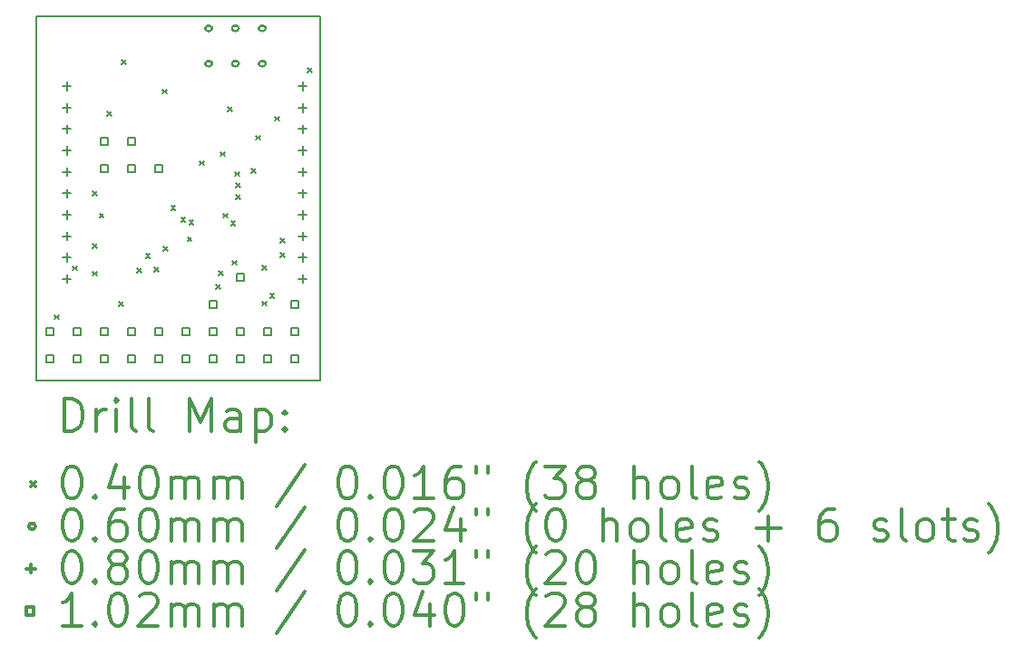
<source format=gbr>
%FSLAX45Y45*%
G04 Gerber Fmt 4.5, Leading zero omitted, Abs format (unit mm)*
G04 Created by KiCad (PCBNEW 4.0.2+dfsg1-stable) date Tue 07 Feb 2017 13:12:53 CET*
%MOMM*%
G01*
G04 APERTURE LIST*
%ADD10C,0.127000*%
%ADD11C,0.150000*%
%ADD12C,0.200000*%
%ADD13C,0.300000*%
G04 APERTURE END LIST*
D10*
D11*
X5960Y4340D02*
X2655960Y4340D01*
X2655960Y4340D02*
X2655960Y3404340D01*
X2655960Y3404340D02*
X5960Y3404340D01*
X5960Y3404340D02*
X5960Y4340D01*
D12*
X176850Y616900D02*
X216850Y576900D01*
X216850Y616900D02*
X176850Y576900D01*
X348300Y1074100D02*
X388300Y1034100D01*
X388300Y1074100D02*
X348300Y1034100D01*
X532060Y1281640D02*
X572060Y1241640D01*
X572060Y1281640D02*
X532060Y1241640D01*
X532450Y1768790D02*
X572450Y1728790D01*
X572450Y1768790D02*
X532450Y1728790D01*
X532960Y1023540D02*
X572960Y983540D01*
X572960Y1023540D02*
X532960Y983540D01*
X598490Y1564320D02*
X638490Y1524320D01*
X638490Y1564320D02*
X598490Y1524320D01*
X672150Y2515550D02*
X712150Y2475550D01*
X712150Y2515550D02*
X672150Y2475550D01*
X781370Y741360D02*
X821370Y701360D01*
X821370Y741360D02*
X781370Y701360D01*
X805500Y2998150D02*
X845500Y2958150D01*
X845500Y2998150D02*
X805500Y2958150D01*
X951550Y1055050D02*
X991550Y1015050D01*
X991550Y1055050D02*
X951550Y1015050D01*
X1029020Y1189670D02*
X1069020Y1149670D01*
X1069020Y1189670D02*
X1029020Y1149670D01*
X1109030Y1058860D02*
X1149030Y1018860D01*
X1149030Y1058860D02*
X1109030Y1018860D01*
X1186500Y2725100D02*
X1226500Y2685100D01*
X1226500Y2725100D02*
X1186500Y2685100D01*
X1192460Y1256240D02*
X1232460Y1216240D01*
X1232460Y1256240D02*
X1192460Y1216240D01*
X1266510Y1637980D02*
X1306510Y1597980D01*
X1306510Y1637980D02*
X1266510Y1597980D01*
X1359220Y1524950D02*
X1399220Y1484950D01*
X1399220Y1524950D02*
X1359220Y1484950D01*
X1418910Y1344610D02*
X1458910Y1304610D01*
X1458910Y1344610D02*
X1418910Y1304610D01*
X1435420Y1503360D02*
X1475420Y1463360D01*
X1475420Y1503360D02*
X1435420Y1463360D01*
X1535360Y2056340D02*
X1575360Y2016340D01*
X1575360Y2056340D02*
X1535360Y2016340D01*
X1688150Y902650D02*
X1728150Y862650D01*
X1728150Y902650D02*
X1688150Y862650D01*
X1713550Y1029650D02*
X1753550Y989650D01*
X1753550Y1029650D02*
X1713550Y989650D01*
X1726250Y2140900D02*
X1766250Y2100900D01*
X1766250Y2140900D02*
X1726250Y2100900D01*
X1750380Y1564320D02*
X1790380Y1524320D01*
X1790380Y1564320D02*
X1750380Y1524320D01*
X1796100Y2560000D02*
X1836100Y2520000D01*
X1836100Y2560000D02*
X1796100Y2520000D01*
X1825310Y1489390D02*
X1865310Y1449390D01*
X1865310Y1489390D02*
X1825310Y1449390D01*
X1840550Y1124900D02*
X1880550Y1084900D01*
X1880550Y1124900D02*
X1840550Y1084900D01*
X1865560Y1954740D02*
X1905560Y1914740D01*
X1905560Y1954740D02*
X1865560Y1914740D01*
X1872300Y1848800D02*
X1912300Y1808800D01*
X1912300Y1848800D02*
X1872300Y1808800D01*
X1872300Y1740850D02*
X1912300Y1700850D01*
X1912300Y1740850D02*
X1872300Y1700850D01*
X2018350Y1982150D02*
X2058350Y1942150D01*
X2058350Y1982150D02*
X2018350Y1942150D01*
X2056450Y2293300D02*
X2096450Y2253300D01*
X2096450Y2293300D02*
X2056450Y2253300D01*
X2119560Y1078440D02*
X2159560Y1038440D01*
X2159560Y1078440D02*
X2119560Y1038440D01*
X2119950Y743900D02*
X2159950Y703900D01*
X2159950Y743900D02*
X2119950Y703900D01*
X2189800Y813750D02*
X2229800Y773750D01*
X2229800Y813750D02*
X2189800Y773750D01*
X2232980Y2469830D02*
X2272980Y2429830D01*
X2272980Y2469830D02*
X2232980Y2429830D01*
X2284660Y1332440D02*
X2324660Y1292440D01*
X2324660Y1332440D02*
X2284660Y1292440D01*
X2285050Y1194750D02*
X2325050Y1154750D01*
X2325050Y1194750D02*
X2285050Y1154750D01*
X2539050Y2921950D02*
X2579050Y2881950D01*
X2579050Y2921950D02*
X2539050Y2881950D01*
X1646900Y3295550D02*
G75*
G03X1646900Y3295550I-30000J0D01*
G01*
X1631900Y3315550D02*
X1601900Y3315550D01*
X1631900Y3275550D02*
X1601900Y3275550D01*
X1601900Y3315550D02*
G75*
G03X1601900Y3275550I0J-20000D01*
G01*
X1631900Y3275550D02*
G75*
G03X1631900Y3315550I0J20000D01*
G01*
X1646900Y2965550D02*
G75*
G03X1646900Y2965550I-30000J0D01*
G01*
X1631900Y2985550D02*
X1601900Y2985550D01*
X1631900Y2945550D02*
X1601900Y2945550D01*
X1601900Y2985550D02*
G75*
G03X1601900Y2945550I0J-20000D01*
G01*
X1631900Y2945550D02*
G75*
G03X1631900Y2985550I0J20000D01*
G01*
X1896900Y3295550D02*
G75*
G03X1896900Y3295550I-30000J0D01*
G01*
X1881900Y3315550D02*
X1851900Y3315550D01*
X1881900Y3275550D02*
X1851900Y3275550D01*
X1851900Y3315550D02*
G75*
G03X1851900Y3275550I0J-20000D01*
G01*
X1881900Y3275550D02*
G75*
G03X1881900Y3315550I0J20000D01*
G01*
X1896900Y2965550D02*
G75*
G03X1896900Y2965550I-30000J0D01*
G01*
X1881900Y2985550D02*
X1851900Y2985550D01*
X1881900Y2945550D02*
X1851900Y2945550D01*
X1851900Y2985550D02*
G75*
G03X1851900Y2945550I0J-20000D01*
G01*
X1881900Y2945550D02*
G75*
G03X1881900Y2985550I0J20000D01*
G01*
X2146900Y3295550D02*
G75*
G03X2146900Y3295550I-30000J0D01*
G01*
X2131900Y3315550D02*
X2101900Y3315550D01*
X2131900Y3275550D02*
X2101900Y3275550D01*
X2101900Y3315550D02*
G75*
G03X2101900Y3275550I0J-20000D01*
G01*
X2131900Y3275550D02*
G75*
G03X2131900Y3315550I0J20000D01*
G01*
X2146900Y2965550D02*
G75*
G03X2146900Y2965550I-30000J0D01*
G01*
X2131900Y2985550D02*
X2101900Y2985550D01*
X2131900Y2945550D02*
X2101900Y2945550D01*
X2101900Y2985550D02*
G75*
G03X2101900Y2945550I0J-20000D01*
G01*
X2131900Y2945550D02*
G75*
G03X2131900Y2985550I0J20000D01*
G01*
X292960Y2793740D02*
X292960Y2713740D01*
X252960Y2753740D02*
X332960Y2753740D01*
X292960Y2593740D02*
X292960Y2513740D01*
X252960Y2553740D02*
X332960Y2553740D01*
X292960Y2393740D02*
X292960Y2313740D01*
X252960Y2353740D02*
X332960Y2353740D01*
X292960Y2193740D02*
X292960Y2113740D01*
X252960Y2153740D02*
X332960Y2153740D01*
X292960Y1993740D02*
X292960Y1913740D01*
X252960Y1953740D02*
X332960Y1953740D01*
X292960Y1793740D02*
X292960Y1713740D01*
X252960Y1753740D02*
X332960Y1753740D01*
X292960Y1593740D02*
X292960Y1513740D01*
X252960Y1553740D02*
X332960Y1553740D01*
X292960Y1393740D02*
X292960Y1313740D01*
X252960Y1353740D02*
X332960Y1353740D01*
X292960Y1193740D02*
X292960Y1113740D01*
X252960Y1153740D02*
X332960Y1153740D01*
X292960Y993740D02*
X292960Y913740D01*
X252960Y953740D02*
X332960Y953740D01*
X2492960Y2793740D02*
X2492960Y2713740D01*
X2452960Y2753740D02*
X2532960Y2753740D01*
X2492960Y2593740D02*
X2492960Y2513740D01*
X2452960Y2553740D02*
X2532960Y2553740D01*
X2492960Y2393740D02*
X2492960Y2313740D01*
X2452960Y2353740D02*
X2532960Y2353740D01*
X2492960Y2193740D02*
X2492960Y2113740D01*
X2452960Y2153740D02*
X2532960Y2153740D01*
X2492960Y1993740D02*
X2492960Y1913740D01*
X2452960Y1953740D02*
X2532960Y1953740D01*
X2492960Y1793740D02*
X2492960Y1713740D01*
X2452960Y1753740D02*
X2532960Y1753740D01*
X2492960Y1593740D02*
X2492960Y1513740D01*
X2452960Y1553740D02*
X2532960Y1553740D01*
X2492960Y1393740D02*
X2492960Y1313740D01*
X2452960Y1353740D02*
X2532960Y1353740D01*
X2492960Y1193740D02*
X2492960Y1113740D01*
X2452960Y1153740D02*
X2532960Y1153740D01*
X2492960Y993740D02*
X2492960Y913740D01*
X2452960Y953740D02*
X2532960Y953740D01*
X168881Y425619D02*
X168881Y497461D01*
X97039Y497461D01*
X97039Y425619D01*
X168881Y425619D01*
X168881Y171619D02*
X168881Y243461D01*
X97039Y243461D01*
X97039Y171619D01*
X168881Y171619D01*
X422881Y425619D02*
X422881Y497461D01*
X351039Y497461D01*
X351039Y425619D01*
X422881Y425619D01*
X422881Y171619D02*
X422881Y243461D01*
X351039Y243461D01*
X351039Y171619D01*
X422881Y171619D01*
X676881Y2203619D02*
X676881Y2275461D01*
X605039Y2275461D01*
X605039Y2203619D01*
X676881Y2203619D01*
X676881Y1949619D02*
X676881Y2021461D01*
X605039Y2021461D01*
X605039Y1949619D01*
X676881Y1949619D01*
X676881Y425619D02*
X676881Y497461D01*
X605039Y497461D01*
X605039Y425619D01*
X676881Y425619D01*
X676881Y171619D02*
X676881Y243461D01*
X605039Y243461D01*
X605039Y171619D01*
X676881Y171619D01*
X930881Y2203619D02*
X930881Y2275461D01*
X859039Y2275461D01*
X859039Y2203619D01*
X930881Y2203619D01*
X930881Y1949619D02*
X930881Y2021461D01*
X859039Y2021461D01*
X859039Y1949619D01*
X930881Y1949619D01*
X930881Y425619D02*
X930881Y497461D01*
X859039Y497461D01*
X859039Y425619D01*
X930881Y425619D01*
X930881Y171619D02*
X930881Y243461D01*
X859039Y243461D01*
X859039Y171619D01*
X930881Y171619D01*
X1184881Y1949619D02*
X1184881Y2021461D01*
X1113039Y2021461D01*
X1113039Y1949619D01*
X1184881Y1949619D01*
X1184881Y425619D02*
X1184881Y497461D01*
X1113039Y497461D01*
X1113039Y425619D01*
X1184881Y425619D01*
X1184881Y171619D02*
X1184881Y243461D01*
X1113039Y243461D01*
X1113039Y171619D01*
X1184881Y171619D01*
X1438881Y425619D02*
X1438881Y497461D01*
X1367039Y497461D01*
X1367039Y425619D01*
X1438881Y425619D01*
X1438881Y171619D02*
X1438881Y243461D01*
X1367039Y243461D01*
X1367039Y171619D01*
X1438881Y171619D01*
X1692881Y679619D02*
X1692881Y751461D01*
X1621039Y751461D01*
X1621039Y679619D01*
X1692881Y679619D01*
X1692881Y425619D02*
X1692881Y497461D01*
X1621039Y497461D01*
X1621039Y425619D01*
X1692881Y425619D01*
X1692881Y171619D02*
X1692881Y243461D01*
X1621039Y243461D01*
X1621039Y171619D01*
X1692881Y171619D01*
X1946881Y933619D02*
X1946881Y1005461D01*
X1875039Y1005461D01*
X1875039Y933619D01*
X1946881Y933619D01*
X1946881Y425619D02*
X1946881Y497461D01*
X1875039Y497461D01*
X1875039Y425619D01*
X1946881Y425619D01*
X1946881Y171619D02*
X1946881Y243461D01*
X1875039Y243461D01*
X1875039Y171619D01*
X1946881Y171619D01*
X2200881Y425619D02*
X2200881Y497461D01*
X2129039Y497461D01*
X2129039Y425619D01*
X2200881Y425619D01*
X2200881Y171619D02*
X2200881Y243461D01*
X2129039Y243461D01*
X2129039Y171619D01*
X2200881Y171619D01*
X2454881Y679619D02*
X2454881Y751461D01*
X2383039Y751461D01*
X2383039Y679619D01*
X2454881Y679619D01*
X2454881Y425619D02*
X2454881Y497461D01*
X2383039Y497461D01*
X2383039Y425619D01*
X2454881Y425619D01*
X2454881Y171619D02*
X2454881Y243461D01*
X2383039Y243461D01*
X2383039Y171619D01*
X2454881Y171619D01*
D13*
X269889Y-468874D02*
X269889Y-168874D01*
X341317Y-168874D01*
X384174Y-183160D01*
X412746Y-211731D01*
X427031Y-240303D01*
X441317Y-297446D01*
X441317Y-340303D01*
X427031Y-397446D01*
X412746Y-426017D01*
X384174Y-454589D01*
X341317Y-468874D01*
X269889Y-468874D01*
X569889Y-468874D02*
X569889Y-268874D01*
X569889Y-326017D02*
X584174Y-297446D01*
X598460Y-283160D01*
X627031Y-268874D01*
X655603Y-268874D01*
X755603Y-468874D02*
X755603Y-268874D01*
X755603Y-168874D02*
X741317Y-183160D01*
X755603Y-197446D01*
X769888Y-183160D01*
X755603Y-168874D01*
X755603Y-197446D01*
X941317Y-468874D02*
X912746Y-454589D01*
X898460Y-426017D01*
X898460Y-168874D01*
X1098460Y-468874D02*
X1069889Y-454589D01*
X1055603Y-426017D01*
X1055603Y-168874D01*
X1441317Y-468874D02*
X1441317Y-168874D01*
X1541317Y-383160D01*
X1641317Y-168874D01*
X1641317Y-468874D01*
X1912746Y-468874D02*
X1912746Y-311732D01*
X1898460Y-283160D01*
X1869888Y-268874D01*
X1812746Y-268874D01*
X1784174Y-283160D01*
X1912746Y-454589D02*
X1884174Y-468874D01*
X1812746Y-468874D01*
X1784174Y-454589D01*
X1769888Y-426017D01*
X1769888Y-397446D01*
X1784174Y-368874D01*
X1812746Y-354589D01*
X1884174Y-354589D01*
X1912746Y-340303D01*
X2055603Y-268874D02*
X2055603Y-568874D01*
X2055603Y-283160D02*
X2084174Y-268874D01*
X2141317Y-268874D01*
X2169889Y-283160D01*
X2184174Y-297446D01*
X2198460Y-326017D01*
X2198460Y-411731D01*
X2184174Y-440303D01*
X2169889Y-454589D01*
X2141317Y-468874D01*
X2084174Y-468874D01*
X2055603Y-454589D01*
X2327031Y-440303D02*
X2341317Y-454589D01*
X2327031Y-468874D01*
X2312746Y-454589D01*
X2327031Y-440303D01*
X2327031Y-468874D01*
X2327031Y-283160D02*
X2341317Y-297446D01*
X2327031Y-311732D01*
X2312746Y-297446D01*
X2327031Y-283160D01*
X2327031Y-311732D01*
X-41540Y-943160D02*
X-1540Y-983160D01*
X-1540Y-943160D02*
X-41540Y-983160D01*
X327031Y-798874D02*
X355603Y-798874D01*
X384174Y-813160D01*
X398460Y-827446D01*
X412746Y-856017D01*
X427031Y-913160D01*
X427031Y-984589D01*
X412746Y-1041731D01*
X398460Y-1070303D01*
X384174Y-1084589D01*
X355603Y-1098874D01*
X327031Y-1098874D01*
X298460Y-1084589D01*
X284174Y-1070303D01*
X269889Y-1041731D01*
X255603Y-984589D01*
X255603Y-913160D01*
X269889Y-856017D01*
X284174Y-827446D01*
X298460Y-813160D01*
X327031Y-798874D01*
X555603Y-1070303D02*
X569889Y-1084589D01*
X555603Y-1098874D01*
X541317Y-1084589D01*
X555603Y-1070303D01*
X555603Y-1098874D01*
X827031Y-898874D02*
X827031Y-1098874D01*
X755603Y-784589D02*
X684174Y-998874D01*
X869888Y-998874D01*
X1041317Y-798874D02*
X1069889Y-798874D01*
X1098460Y-813160D01*
X1112746Y-827446D01*
X1127031Y-856017D01*
X1141317Y-913160D01*
X1141317Y-984589D01*
X1127031Y-1041731D01*
X1112746Y-1070303D01*
X1098460Y-1084589D01*
X1069889Y-1098874D01*
X1041317Y-1098874D01*
X1012746Y-1084589D01*
X998460Y-1070303D01*
X984174Y-1041731D01*
X969888Y-984589D01*
X969888Y-913160D01*
X984174Y-856017D01*
X998460Y-827446D01*
X1012746Y-813160D01*
X1041317Y-798874D01*
X1269889Y-1098874D02*
X1269889Y-898874D01*
X1269889Y-927446D02*
X1284174Y-913160D01*
X1312746Y-898874D01*
X1355603Y-898874D01*
X1384174Y-913160D01*
X1398460Y-941731D01*
X1398460Y-1098874D01*
X1398460Y-941731D02*
X1412746Y-913160D01*
X1441317Y-898874D01*
X1484174Y-898874D01*
X1512746Y-913160D01*
X1527031Y-941731D01*
X1527031Y-1098874D01*
X1669888Y-1098874D02*
X1669888Y-898874D01*
X1669888Y-927446D02*
X1684174Y-913160D01*
X1712746Y-898874D01*
X1755603Y-898874D01*
X1784174Y-913160D01*
X1798460Y-941731D01*
X1798460Y-1098874D01*
X1798460Y-941731D02*
X1812746Y-913160D01*
X1841317Y-898874D01*
X1884174Y-898874D01*
X1912746Y-913160D01*
X1927031Y-941731D01*
X1927031Y-1098874D01*
X2512746Y-784589D02*
X2255603Y-1170303D01*
X2898460Y-798874D02*
X2927031Y-798874D01*
X2955603Y-813160D01*
X2969888Y-827446D01*
X2984174Y-856017D01*
X2998460Y-913160D01*
X2998460Y-984589D01*
X2984174Y-1041731D01*
X2969888Y-1070303D01*
X2955603Y-1084589D01*
X2927031Y-1098874D01*
X2898460Y-1098874D01*
X2869888Y-1084589D01*
X2855603Y-1070303D01*
X2841317Y-1041731D01*
X2827031Y-984589D01*
X2827031Y-913160D01*
X2841317Y-856017D01*
X2855603Y-827446D01*
X2869888Y-813160D01*
X2898460Y-798874D01*
X3127031Y-1070303D02*
X3141317Y-1084589D01*
X3127031Y-1098874D01*
X3112746Y-1084589D01*
X3127031Y-1070303D01*
X3127031Y-1098874D01*
X3327031Y-798874D02*
X3355603Y-798874D01*
X3384174Y-813160D01*
X3398460Y-827446D01*
X3412745Y-856017D01*
X3427031Y-913160D01*
X3427031Y-984589D01*
X3412745Y-1041731D01*
X3398460Y-1070303D01*
X3384174Y-1084589D01*
X3355603Y-1098874D01*
X3327031Y-1098874D01*
X3298460Y-1084589D01*
X3284174Y-1070303D01*
X3269888Y-1041731D01*
X3255603Y-984589D01*
X3255603Y-913160D01*
X3269888Y-856017D01*
X3284174Y-827446D01*
X3298460Y-813160D01*
X3327031Y-798874D01*
X3712745Y-1098874D02*
X3541317Y-1098874D01*
X3627031Y-1098874D02*
X3627031Y-798874D01*
X3598460Y-841731D01*
X3569888Y-870303D01*
X3541317Y-884589D01*
X3969888Y-798874D02*
X3912745Y-798874D01*
X3884174Y-813160D01*
X3869888Y-827446D01*
X3841317Y-870303D01*
X3827031Y-927446D01*
X3827031Y-1041731D01*
X3841317Y-1070303D01*
X3855603Y-1084589D01*
X3884174Y-1098874D01*
X3941317Y-1098874D01*
X3969888Y-1084589D01*
X3984174Y-1070303D01*
X3998460Y-1041731D01*
X3998460Y-970303D01*
X3984174Y-941731D01*
X3969888Y-927446D01*
X3941317Y-913160D01*
X3884174Y-913160D01*
X3855603Y-927446D01*
X3841317Y-941731D01*
X3827031Y-970303D01*
X4112746Y-798874D02*
X4112746Y-856017D01*
X4227031Y-798874D02*
X4227031Y-856017D01*
X4669888Y-1213160D02*
X4655603Y-1198874D01*
X4627031Y-1156017D01*
X4612746Y-1127446D01*
X4598460Y-1084589D01*
X4584174Y-1013160D01*
X4584174Y-956017D01*
X4598460Y-884589D01*
X4612746Y-841731D01*
X4627031Y-813160D01*
X4655603Y-770303D01*
X4669888Y-756017D01*
X4755603Y-798874D02*
X4941317Y-798874D01*
X4841317Y-913160D01*
X4884174Y-913160D01*
X4912746Y-927446D01*
X4927031Y-941731D01*
X4941317Y-970303D01*
X4941317Y-1041731D01*
X4927031Y-1070303D01*
X4912746Y-1084589D01*
X4884174Y-1098874D01*
X4798460Y-1098874D01*
X4769888Y-1084589D01*
X4755603Y-1070303D01*
X5112746Y-927446D02*
X5084174Y-913160D01*
X5069888Y-898874D01*
X5055603Y-870303D01*
X5055603Y-856017D01*
X5069888Y-827446D01*
X5084174Y-813160D01*
X5112746Y-798874D01*
X5169888Y-798874D01*
X5198460Y-813160D01*
X5212746Y-827446D01*
X5227031Y-856017D01*
X5227031Y-870303D01*
X5212746Y-898874D01*
X5198460Y-913160D01*
X5169888Y-927446D01*
X5112746Y-927446D01*
X5084174Y-941731D01*
X5069888Y-956017D01*
X5055603Y-984589D01*
X5055603Y-1041731D01*
X5069888Y-1070303D01*
X5084174Y-1084589D01*
X5112746Y-1098874D01*
X5169888Y-1098874D01*
X5198460Y-1084589D01*
X5212746Y-1070303D01*
X5227031Y-1041731D01*
X5227031Y-984589D01*
X5212746Y-956017D01*
X5198460Y-941731D01*
X5169888Y-927446D01*
X5584174Y-1098874D02*
X5584174Y-798874D01*
X5712745Y-1098874D02*
X5712745Y-941731D01*
X5698460Y-913160D01*
X5669888Y-898874D01*
X5627031Y-898874D01*
X5598460Y-913160D01*
X5584174Y-927446D01*
X5898460Y-1098874D02*
X5869888Y-1084589D01*
X5855603Y-1070303D01*
X5841317Y-1041731D01*
X5841317Y-956017D01*
X5855603Y-927446D01*
X5869888Y-913160D01*
X5898460Y-898874D01*
X5941317Y-898874D01*
X5969888Y-913160D01*
X5984174Y-927446D01*
X5998460Y-956017D01*
X5998460Y-1041731D01*
X5984174Y-1070303D01*
X5969888Y-1084589D01*
X5941317Y-1098874D01*
X5898460Y-1098874D01*
X6169888Y-1098874D02*
X6141317Y-1084589D01*
X6127031Y-1056017D01*
X6127031Y-798874D01*
X6398460Y-1084589D02*
X6369888Y-1098874D01*
X6312746Y-1098874D01*
X6284174Y-1084589D01*
X6269888Y-1056017D01*
X6269888Y-941731D01*
X6284174Y-913160D01*
X6312746Y-898874D01*
X6369888Y-898874D01*
X6398460Y-913160D01*
X6412746Y-941731D01*
X6412746Y-970303D01*
X6269888Y-998874D01*
X6527031Y-1084589D02*
X6555603Y-1098874D01*
X6612746Y-1098874D01*
X6641317Y-1084589D01*
X6655603Y-1056017D01*
X6655603Y-1041731D01*
X6641317Y-1013160D01*
X6612746Y-998874D01*
X6569888Y-998874D01*
X6541317Y-984589D01*
X6527031Y-956017D01*
X6527031Y-941731D01*
X6541317Y-913160D01*
X6569888Y-898874D01*
X6612746Y-898874D01*
X6641317Y-913160D01*
X6755603Y-1213160D02*
X6769888Y-1198874D01*
X6798460Y-1156017D01*
X6812746Y-1127446D01*
X6827031Y-1084589D01*
X6841317Y-1013160D01*
X6841317Y-956017D01*
X6827031Y-884589D01*
X6812746Y-841731D01*
X6798460Y-813160D01*
X6769888Y-770303D01*
X6755603Y-756017D01*
X-1540Y-1359160D02*
G75*
G03X-1540Y-1359160I-30000J0D01*
G01*
X327031Y-1194874D02*
X355603Y-1194874D01*
X384174Y-1209160D01*
X398460Y-1223446D01*
X412746Y-1252017D01*
X427031Y-1309160D01*
X427031Y-1380589D01*
X412746Y-1437731D01*
X398460Y-1466303D01*
X384174Y-1480589D01*
X355603Y-1494874D01*
X327031Y-1494874D01*
X298460Y-1480589D01*
X284174Y-1466303D01*
X269889Y-1437731D01*
X255603Y-1380589D01*
X255603Y-1309160D01*
X269889Y-1252017D01*
X284174Y-1223446D01*
X298460Y-1209160D01*
X327031Y-1194874D01*
X555603Y-1466303D02*
X569889Y-1480589D01*
X555603Y-1494874D01*
X541317Y-1480589D01*
X555603Y-1466303D01*
X555603Y-1494874D01*
X827031Y-1194874D02*
X769888Y-1194874D01*
X741317Y-1209160D01*
X727031Y-1223446D01*
X698460Y-1266303D01*
X684174Y-1323446D01*
X684174Y-1437731D01*
X698460Y-1466303D01*
X712746Y-1480589D01*
X741317Y-1494874D01*
X798460Y-1494874D01*
X827031Y-1480589D01*
X841317Y-1466303D01*
X855603Y-1437731D01*
X855603Y-1366303D01*
X841317Y-1337732D01*
X827031Y-1323446D01*
X798460Y-1309160D01*
X741317Y-1309160D01*
X712746Y-1323446D01*
X698460Y-1337732D01*
X684174Y-1366303D01*
X1041317Y-1194874D02*
X1069889Y-1194874D01*
X1098460Y-1209160D01*
X1112746Y-1223446D01*
X1127031Y-1252017D01*
X1141317Y-1309160D01*
X1141317Y-1380589D01*
X1127031Y-1437731D01*
X1112746Y-1466303D01*
X1098460Y-1480589D01*
X1069889Y-1494874D01*
X1041317Y-1494874D01*
X1012746Y-1480589D01*
X998460Y-1466303D01*
X984174Y-1437731D01*
X969888Y-1380589D01*
X969888Y-1309160D01*
X984174Y-1252017D01*
X998460Y-1223446D01*
X1012746Y-1209160D01*
X1041317Y-1194874D01*
X1269889Y-1494874D02*
X1269889Y-1294874D01*
X1269889Y-1323446D02*
X1284174Y-1309160D01*
X1312746Y-1294874D01*
X1355603Y-1294874D01*
X1384174Y-1309160D01*
X1398460Y-1337732D01*
X1398460Y-1494874D01*
X1398460Y-1337732D02*
X1412746Y-1309160D01*
X1441317Y-1294874D01*
X1484174Y-1294874D01*
X1512746Y-1309160D01*
X1527031Y-1337732D01*
X1527031Y-1494874D01*
X1669888Y-1494874D02*
X1669888Y-1294874D01*
X1669888Y-1323446D02*
X1684174Y-1309160D01*
X1712746Y-1294874D01*
X1755603Y-1294874D01*
X1784174Y-1309160D01*
X1798460Y-1337732D01*
X1798460Y-1494874D01*
X1798460Y-1337732D02*
X1812746Y-1309160D01*
X1841317Y-1294874D01*
X1884174Y-1294874D01*
X1912746Y-1309160D01*
X1927031Y-1337732D01*
X1927031Y-1494874D01*
X2512746Y-1180589D02*
X2255603Y-1566303D01*
X2898460Y-1194874D02*
X2927031Y-1194874D01*
X2955603Y-1209160D01*
X2969888Y-1223446D01*
X2984174Y-1252017D01*
X2998460Y-1309160D01*
X2998460Y-1380589D01*
X2984174Y-1437731D01*
X2969888Y-1466303D01*
X2955603Y-1480589D01*
X2927031Y-1494874D01*
X2898460Y-1494874D01*
X2869888Y-1480589D01*
X2855603Y-1466303D01*
X2841317Y-1437731D01*
X2827031Y-1380589D01*
X2827031Y-1309160D01*
X2841317Y-1252017D01*
X2855603Y-1223446D01*
X2869888Y-1209160D01*
X2898460Y-1194874D01*
X3127031Y-1466303D02*
X3141317Y-1480589D01*
X3127031Y-1494874D01*
X3112746Y-1480589D01*
X3127031Y-1466303D01*
X3127031Y-1494874D01*
X3327031Y-1194874D02*
X3355603Y-1194874D01*
X3384174Y-1209160D01*
X3398460Y-1223446D01*
X3412745Y-1252017D01*
X3427031Y-1309160D01*
X3427031Y-1380589D01*
X3412745Y-1437731D01*
X3398460Y-1466303D01*
X3384174Y-1480589D01*
X3355603Y-1494874D01*
X3327031Y-1494874D01*
X3298460Y-1480589D01*
X3284174Y-1466303D01*
X3269888Y-1437731D01*
X3255603Y-1380589D01*
X3255603Y-1309160D01*
X3269888Y-1252017D01*
X3284174Y-1223446D01*
X3298460Y-1209160D01*
X3327031Y-1194874D01*
X3541317Y-1223446D02*
X3555603Y-1209160D01*
X3584174Y-1194874D01*
X3655603Y-1194874D01*
X3684174Y-1209160D01*
X3698460Y-1223446D01*
X3712745Y-1252017D01*
X3712745Y-1280589D01*
X3698460Y-1323446D01*
X3527031Y-1494874D01*
X3712745Y-1494874D01*
X3969888Y-1294874D02*
X3969888Y-1494874D01*
X3898460Y-1180589D02*
X3827031Y-1394874D01*
X4012745Y-1394874D01*
X4112746Y-1194874D02*
X4112746Y-1252017D01*
X4227031Y-1194874D02*
X4227031Y-1252017D01*
X4669888Y-1609160D02*
X4655603Y-1594874D01*
X4627031Y-1552017D01*
X4612746Y-1523446D01*
X4598460Y-1480589D01*
X4584174Y-1409160D01*
X4584174Y-1352017D01*
X4598460Y-1280589D01*
X4612746Y-1237732D01*
X4627031Y-1209160D01*
X4655603Y-1166303D01*
X4669888Y-1152017D01*
X4841317Y-1194874D02*
X4869888Y-1194874D01*
X4898460Y-1209160D01*
X4912746Y-1223446D01*
X4927031Y-1252017D01*
X4941317Y-1309160D01*
X4941317Y-1380589D01*
X4927031Y-1437731D01*
X4912746Y-1466303D01*
X4898460Y-1480589D01*
X4869888Y-1494874D01*
X4841317Y-1494874D01*
X4812746Y-1480589D01*
X4798460Y-1466303D01*
X4784174Y-1437731D01*
X4769888Y-1380589D01*
X4769888Y-1309160D01*
X4784174Y-1252017D01*
X4798460Y-1223446D01*
X4812746Y-1209160D01*
X4841317Y-1194874D01*
X5298460Y-1494874D02*
X5298460Y-1194874D01*
X5427031Y-1494874D02*
X5427031Y-1337732D01*
X5412746Y-1309160D01*
X5384174Y-1294874D01*
X5341317Y-1294874D01*
X5312746Y-1309160D01*
X5298460Y-1323446D01*
X5612745Y-1494874D02*
X5584174Y-1480589D01*
X5569888Y-1466303D01*
X5555603Y-1437731D01*
X5555603Y-1352017D01*
X5569888Y-1323446D01*
X5584174Y-1309160D01*
X5612745Y-1294874D01*
X5655603Y-1294874D01*
X5684174Y-1309160D01*
X5698460Y-1323446D01*
X5712745Y-1352017D01*
X5712745Y-1437731D01*
X5698460Y-1466303D01*
X5684174Y-1480589D01*
X5655603Y-1494874D01*
X5612745Y-1494874D01*
X5884174Y-1494874D02*
X5855603Y-1480589D01*
X5841317Y-1452017D01*
X5841317Y-1194874D01*
X6112746Y-1480589D02*
X6084174Y-1494874D01*
X6027031Y-1494874D01*
X5998460Y-1480589D01*
X5984174Y-1452017D01*
X5984174Y-1337732D01*
X5998460Y-1309160D01*
X6027031Y-1294874D01*
X6084174Y-1294874D01*
X6112746Y-1309160D01*
X6127031Y-1337732D01*
X6127031Y-1366303D01*
X5984174Y-1394874D01*
X6241317Y-1480589D02*
X6269888Y-1494874D01*
X6327031Y-1494874D01*
X6355603Y-1480589D01*
X6369888Y-1452017D01*
X6369888Y-1437731D01*
X6355603Y-1409160D01*
X6327031Y-1394874D01*
X6284174Y-1394874D01*
X6255603Y-1380589D01*
X6241317Y-1352017D01*
X6241317Y-1337732D01*
X6255603Y-1309160D01*
X6284174Y-1294874D01*
X6327031Y-1294874D01*
X6355603Y-1309160D01*
X6727031Y-1380589D02*
X6955603Y-1380589D01*
X6841317Y-1494874D02*
X6841317Y-1266303D01*
X7455603Y-1194874D02*
X7398460Y-1194874D01*
X7369888Y-1209160D01*
X7355603Y-1223446D01*
X7327031Y-1266303D01*
X7312746Y-1323446D01*
X7312746Y-1437731D01*
X7327031Y-1466303D01*
X7341317Y-1480589D01*
X7369888Y-1494874D01*
X7427031Y-1494874D01*
X7455603Y-1480589D01*
X7469888Y-1466303D01*
X7484174Y-1437731D01*
X7484174Y-1366303D01*
X7469888Y-1337732D01*
X7455603Y-1323446D01*
X7427031Y-1309160D01*
X7369888Y-1309160D01*
X7341317Y-1323446D01*
X7327031Y-1337732D01*
X7312746Y-1366303D01*
X7827031Y-1480589D02*
X7855603Y-1494874D01*
X7912745Y-1494874D01*
X7941317Y-1480589D01*
X7955603Y-1452017D01*
X7955603Y-1437731D01*
X7941317Y-1409160D01*
X7912745Y-1394874D01*
X7869888Y-1394874D01*
X7841317Y-1380589D01*
X7827031Y-1352017D01*
X7827031Y-1337732D01*
X7841317Y-1309160D01*
X7869888Y-1294874D01*
X7912745Y-1294874D01*
X7941317Y-1309160D01*
X8127031Y-1494874D02*
X8098460Y-1480589D01*
X8084174Y-1452017D01*
X8084174Y-1194874D01*
X8284174Y-1494874D02*
X8255603Y-1480589D01*
X8241317Y-1466303D01*
X8227031Y-1437731D01*
X8227031Y-1352017D01*
X8241317Y-1323446D01*
X8255603Y-1309160D01*
X8284174Y-1294874D01*
X8327031Y-1294874D01*
X8355603Y-1309160D01*
X8369888Y-1323446D01*
X8384174Y-1352017D01*
X8384174Y-1437731D01*
X8369888Y-1466303D01*
X8355603Y-1480589D01*
X8327031Y-1494874D01*
X8284174Y-1494874D01*
X8469888Y-1294874D02*
X8584174Y-1294874D01*
X8512746Y-1194874D02*
X8512746Y-1452017D01*
X8527031Y-1480589D01*
X8555603Y-1494874D01*
X8584174Y-1494874D01*
X8669889Y-1480589D02*
X8698460Y-1494874D01*
X8755603Y-1494874D01*
X8784174Y-1480589D01*
X8798460Y-1452017D01*
X8798460Y-1437731D01*
X8784174Y-1409160D01*
X8755603Y-1394874D01*
X8712746Y-1394874D01*
X8684174Y-1380589D01*
X8669889Y-1352017D01*
X8669889Y-1337732D01*
X8684174Y-1309160D01*
X8712746Y-1294874D01*
X8755603Y-1294874D01*
X8784174Y-1309160D01*
X8898460Y-1609160D02*
X8912746Y-1594874D01*
X8941317Y-1552017D01*
X8955603Y-1523446D01*
X8969888Y-1480589D01*
X8984174Y-1409160D01*
X8984174Y-1352017D01*
X8969888Y-1280589D01*
X8955603Y-1237732D01*
X8941317Y-1209160D01*
X8912746Y-1166303D01*
X8898460Y-1152017D01*
X-41540Y-1715160D02*
X-41540Y-1795160D01*
X-81540Y-1755160D02*
X-1540Y-1755160D01*
X327031Y-1590874D02*
X355603Y-1590874D01*
X384174Y-1605160D01*
X398460Y-1619446D01*
X412746Y-1648017D01*
X427031Y-1705160D01*
X427031Y-1776589D01*
X412746Y-1833731D01*
X398460Y-1862303D01*
X384174Y-1876589D01*
X355603Y-1890874D01*
X327031Y-1890874D01*
X298460Y-1876589D01*
X284174Y-1862303D01*
X269889Y-1833731D01*
X255603Y-1776589D01*
X255603Y-1705160D01*
X269889Y-1648017D01*
X284174Y-1619446D01*
X298460Y-1605160D01*
X327031Y-1590874D01*
X555603Y-1862303D02*
X569889Y-1876589D01*
X555603Y-1890874D01*
X541317Y-1876589D01*
X555603Y-1862303D01*
X555603Y-1890874D01*
X741317Y-1719446D02*
X712746Y-1705160D01*
X698460Y-1690874D01*
X684174Y-1662303D01*
X684174Y-1648017D01*
X698460Y-1619446D01*
X712746Y-1605160D01*
X741317Y-1590874D01*
X798460Y-1590874D01*
X827031Y-1605160D01*
X841317Y-1619446D01*
X855603Y-1648017D01*
X855603Y-1662303D01*
X841317Y-1690874D01*
X827031Y-1705160D01*
X798460Y-1719446D01*
X741317Y-1719446D01*
X712746Y-1733731D01*
X698460Y-1748017D01*
X684174Y-1776589D01*
X684174Y-1833731D01*
X698460Y-1862303D01*
X712746Y-1876589D01*
X741317Y-1890874D01*
X798460Y-1890874D01*
X827031Y-1876589D01*
X841317Y-1862303D01*
X855603Y-1833731D01*
X855603Y-1776589D01*
X841317Y-1748017D01*
X827031Y-1733731D01*
X798460Y-1719446D01*
X1041317Y-1590874D02*
X1069889Y-1590874D01*
X1098460Y-1605160D01*
X1112746Y-1619446D01*
X1127031Y-1648017D01*
X1141317Y-1705160D01*
X1141317Y-1776589D01*
X1127031Y-1833731D01*
X1112746Y-1862303D01*
X1098460Y-1876589D01*
X1069889Y-1890874D01*
X1041317Y-1890874D01*
X1012746Y-1876589D01*
X998460Y-1862303D01*
X984174Y-1833731D01*
X969888Y-1776589D01*
X969888Y-1705160D01*
X984174Y-1648017D01*
X998460Y-1619446D01*
X1012746Y-1605160D01*
X1041317Y-1590874D01*
X1269889Y-1890874D02*
X1269889Y-1690874D01*
X1269889Y-1719446D02*
X1284174Y-1705160D01*
X1312746Y-1690874D01*
X1355603Y-1690874D01*
X1384174Y-1705160D01*
X1398460Y-1733731D01*
X1398460Y-1890874D01*
X1398460Y-1733731D02*
X1412746Y-1705160D01*
X1441317Y-1690874D01*
X1484174Y-1690874D01*
X1512746Y-1705160D01*
X1527031Y-1733731D01*
X1527031Y-1890874D01*
X1669888Y-1890874D02*
X1669888Y-1690874D01*
X1669888Y-1719446D02*
X1684174Y-1705160D01*
X1712746Y-1690874D01*
X1755603Y-1690874D01*
X1784174Y-1705160D01*
X1798460Y-1733731D01*
X1798460Y-1890874D01*
X1798460Y-1733731D02*
X1812746Y-1705160D01*
X1841317Y-1690874D01*
X1884174Y-1690874D01*
X1912746Y-1705160D01*
X1927031Y-1733731D01*
X1927031Y-1890874D01*
X2512746Y-1576589D02*
X2255603Y-1962303D01*
X2898460Y-1590874D02*
X2927031Y-1590874D01*
X2955603Y-1605160D01*
X2969888Y-1619446D01*
X2984174Y-1648017D01*
X2998460Y-1705160D01*
X2998460Y-1776589D01*
X2984174Y-1833731D01*
X2969888Y-1862303D01*
X2955603Y-1876589D01*
X2927031Y-1890874D01*
X2898460Y-1890874D01*
X2869888Y-1876589D01*
X2855603Y-1862303D01*
X2841317Y-1833731D01*
X2827031Y-1776589D01*
X2827031Y-1705160D01*
X2841317Y-1648017D01*
X2855603Y-1619446D01*
X2869888Y-1605160D01*
X2898460Y-1590874D01*
X3127031Y-1862303D02*
X3141317Y-1876589D01*
X3127031Y-1890874D01*
X3112746Y-1876589D01*
X3127031Y-1862303D01*
X3127031Y-1890874D01*
X3327031Y-1590874D02*
X3355603Y-1590874D01*
X3384174Y-1605160D01*
X3398460Y-1619446D01*
X3412745Y-1648017D01*
X3427031Y-1705160D01*
X3427031Y-1776589D01*
X3412745Y-1833731D01*
X3398460Y-1862303D01*
X3384174Y-1876589D01*
X3355603Y-1890874D01*
X3327031Y-1890874D01*
X3298460Y-1876589D01*
X3284174Y-1862303D01*
X3269888Y-1833731D01*
X3255603Y-1776589D01*
X3255603Y-1705160D01*
X3269888Y-1648017D01*
X3284174Y-1619446D01*
X3298460Y-1605160D01*
X3327031Y-1590874D01*
X3527031Y-1590874D02*
X3712745Y-1590874D01*
X3612745Y-1705160D01*
X3655603Y-1705160D01*
X3684174Y-1719446D01*
X3698460Y-1733731D01*
X3712745Y-1762303D01*
X3712745Y-1833731D01*
X3698460Y-1862303D01*
X3684174Y-1876589D01*
X3655603Y-1890874D01*
X3569888Y-1890874D01*
X3541317Y-1876589D01*
X3527031Y-1862303D01*
X3998460Y-1890874D02*
X3827031Y-1890874D01*
X3912745Y-1890874D02*
X3912745Y-1590874D01*
X3884174Y-1633731D01*
X3855603Y-1662303D01*
X3827031Y-1676589D01*
X4112746Y-1590874D02*
X4112746Y-1648017D01*
X4227031Y-1590874D02*
X4227031Y-1648017D01*
X4669888Y-2005160D02*
X4655603Y-1990874D01*
X4627031Y-1948017D01*
X4612746Y-1919446D01*
X4598460Y-1876589D01*
X4584174Y-1805160D01*
X4584174Y-1748017D01*
X4598460Y-1676589D01*
X4612746Y-1633731D01*
X4627031Y-1605160D01*
X4655603Y-1562303D01*
X4669888Y-1548017D01*
X4769888Y-1619446D02*
X4784174Y-1605160D01*
X4812746Y-1590874D01*
X4884174Y-1590874D01*
X4912746Y-1605160D01*
X4927031Y-1619446D01*
X4941317Y-1648017D01*
X4941317Y-1676589D01*
X4927031Y-1719446D01*
X4755603Y-1890874D01*
X4941317Y-1890874D01*
X5127031Y-1590874D02*
X5155603Y-1590874D01*
X5184174Y-1605160D01*
X5198460Y-1619446D01*
X5212746Y-1648017D01*
X5227031Y-1705160D01*
X5227031Y-1776589D01*
X5212746Y-1833731D01*
X5198460Y-1862303D01*
X5184174Y-1876589D01*
X5155603Y-1890874D01*
X5127031Y-1890874D01*
X5098460Y-1876589D01*
X5084174Y-1862303D01*
X5069888Y-1833731D01*
X5055603Y-1776589D01*
X5055603Y-1705160D01*
X5069888Y-1648017D01*
X5084174Y-1619446D01*
X5098460Y-1605160D01*
X5127031Y-1590874D01*
X5584174Y-1890874D02*
X5584174Y-1590874D01*
X5712745Y-1890874D02*
X5712745Y-1733731D01*
X5698460Y-1705160D01*
X5669888Y-1690874D01*
X5627031Y-1690874D01*
X5598460Y-1705160D01*
X5584174Y-1719446D01*
X5898460Y-1890874D02*
X5869888Y-1876589D01*
X5855603Y-1862303D01*
X5841317Y-1833731D01*
X5841317Y-1748017D01*
X5855603Y-1719446D01*
X5869888Y-1705160D01*
X5898460Y-1690874D01*
X5941317Y-1690874D01*
X5969888Y-1705160D01*
X5984174Y-1719446D01*
X5998460Y-1748017D01*
X5998460Y-1833731D01*
X5984174Y-1862303D01*
X5969888Y-1876589D01*
X5941317Y-1890874D01*
X5898460Y-1890874D01*
X6169888Y-1890874D02*
X6141317Y-1876589D01*
X6127031Y-1848017D01*
X6127031Y-1590874D01*
X6398460Y-1876589D02*
X6369888Y-1890874D01*
X6312746Y-1890874D01*
X6284174Y-1876589D01*
X6269888Y-1848017D01*
X6269888Y-1733731D01*
X6284174Y-1705160D01*
X6312746Y-1690874D01*
X6369888Y-1690874D01*
X6398460Y-1705160D01*
X6412746Y-1733731D01*
X6412746Y-1762303D01*
X6269888Y-1790874D01*
X6527031Y-1876589D02*
X6555603Y-1890874D01*
X6612746Y-1890874D01*
X6641317Y-1876589D01*
X6655603Y-1848017D01*
X6655603Y-1833731D01*
X6641317Y-1805160D01*
X6612746Y-1790874D01*
X6569888Y-1790874D01*
X6541317Y-1776589D01*
X6527031Y-1748017D01*
X6527031Y-1733731D01*
X6541317Y-1705160D01*
X6569888Y-1690874D01*
X6612746Y-1690874D01*
X6641317Y-1705160D01*
X6755603Y-2005160D02*
X6769888Y-1990874D01*
X6798460Y-1948017D01*
X6812746Y-1919446D01*
X6827031Y-1876589D01*
X6841317Y-1805160D01*
X6841317Y-1748017D01*
X6827031Y-1676589D01*
X6812746Y-1633731D01*
X6798460Y-1605160D01*
X6769888Y-1562303D01*
X6755603Y-1548017D01*
X-16419Y-2187082D02*
X-16419Y-2115239D01*
X-88261Y-2115239D01*
X-88261Y-2187082D01*
X-16419Y-2187082D01*
X427031Y-2286874D02*
X255603Y-2286874D01*
X341317Y-2286874D02*
X341317Y-1986874D01*
X312746Y-2029731D01*
X284174Y-2058303D01*
X255603Y-2072589D01*
X555603Y-2258303D02*
X569889Y-2272589D01*
X555603Y-2286874D01*
X541317Y-2272589D01*
X555603Y-2258303D01*
X555603Y-2286874D01*
X755603Y-1986874D02*
X784174Y-1986874D01*
X812746Y-2001160D01*
X827031Y-2015446D01*
X841317Y-2044017D01*
X855603Y-2101160D01*
X855603Y-2172589D01*
X841317Y-2229732D01*
X827031Y-2258303D01*
X812746Y-2272589D01*
X784174Y-2286874D01*
X755603Y-2286874D01*
X727031Y-2272589D01*
X712746Y-2258303D01*
X698460Y-2229732D01*
X684174Y-2172589D01*
X684174Y-2101160D01*
X698460Y-2044017D01*
X712746Y-2015446D01*
X727031Y-2001160D01*
X755603Y-1986874D01*
X969888Y-2015446D02*
X984174Y-2001160D01*
X1012746Y-1986874D01*
X1084174Y-1986874D01*
X1112746Y-2001160D01*
X1127031Y-2015446D01*
X1141317Y-2044017D01*
X1141317Y-2072589D01*
X1127031Y-2115446D01*
X955603Y-2286874D01*
X1141317Y-2286874D01*
X1269889Y-2286874D02*
X1269889Y-2086874D01*
X1269889Y-2115446D02*
X1284174Y-2101160D01*
X1312746Y-2086874D01*
X1355603Y-2086874D01*
X1384174Y-2101160D01*
X1398460Y-2129732D01*
X1398460Y-2286874D01*
X1398460Y-2129732D02*
X1412746Y-2101160D01*
X1441317Y-2086874D01*
X1484174Y-2086874D01*
X1512746Y-2101160D01*
X1527031Y-2129732D01*
X1527031Y-2286874D01*
X1669888Y-2286874D02*
X1669888Y-2086874D01*
X1669888Y-2115446D02*
X1684174Y-2101160D01*
X1712746Y-2086874D01*
X1755603Y-2086874D01*
X1784174Y-2101160D01*
X1798460Y-2129732D01*
X1798460Y-2286874D01*
X1798460Y-2129732D02*
X1812746Y-2101160D01*
X1841317Y-2086874D01*
X1884174Y-2086874D01*
X1912746Y-2101160D01*
X1927031Y-2129732D01*
X1927031Y-2286874D01*
X2512746Y-1972589D02*
X2255603Y-2358303D01*
X2898460Y-1986874D02*
X2927031Y-1986874D01*
X2955603Y-2001160D01*
X2969888Y-2015446D01*
X2984174Y-2044017D01*
X2998460Y-2101160D01*
X2998460Y-2172589D01*
X2984174Y-2229732D01*
X2969888Y-2258303D01*
X2955603Y-2272589D01*
X2927031Y-2286874D01*
X2898460Y-2286874D01*
X2869888Y-2272589D01*
X2855603Y-2258303D01*
X2841317Y-2229732D01*
X2827031Y-2172589D01*
X2827031Y-2101160D01*
X2841317Y-2044017D01*
X2855603Y-2015446D01*
X2869888Y-2001160D01*
X2898460Y-1986874D01*
X3127031Y-2258303D02*
X3141317Y-2272589D01*
X3127031Y-2286874D01*
X3112746Y-2272589D01*
X3127031Y-2258303D01*
X3127031Y-2286874D01*
X3327031Y-1986874D02*
X3355603Y-1986874D01*
X3384174Y-2001160D01*
X3398460Y-2015446D01*
X3412745Y-2044017D01*
X3427031Y-2101160D01*
X3427031Y-2172589D01*
X3412745Y-2229732D01*
X3398460Y-2258303D01*
X3384174Y-2272589D01*
X3355603Y-2286874D01*
X3327031Y-2286874D01*
X3298460Y-2272589D01*
X3284174Y-2258303D01*
X3269888Y-2229732D01*
X3255603Y-2172589D01*
X3255603Y-2101160D01*
X3269888Y-2044017D01*
X3284174Y-2015446D01*
X3298460Y-2001160D01*
X3327031Y-1986874D01*
X3684174Y-2086874D02*
X3684174Y-2286874D01*
X3612745Y-1972589D02*
X3541317Y-2186874D01*
X3727031Y-2186874D01*
X3898460Y-1986874D02*
X3927031Y-1986874D01*
X3955603Y-2001160D01*
X3969888Y-2015446D01*
X3984174Y-2044017D01*
X3998460Y-2101160D01*
X3998460Y-2172589D01*
X3984174Y-2229732D01*
X3969888Y-2258303D01*
X3955603Y-2272589D01*
X3927031Y-2286874D01*
X3898460Y-2286874D01*
X3869888Y-2272589D01*
X3855603Y-2258303D01*
X3841317Y-2229732D01*
X3827031Y-2172589D01*
X3827031Y-2101160D01*
X3841317Y-2044017D01*
X3855603Y-2015446D01*
X3869888Y-2001160D01*
X3898460Y-1986874D01*
X4112746Y-1986874D02*
X4112746Y-2044017D01*
X4227031Y-1986874D02*
X4227031Y-2044017D01*
X4669888Y-2401160D02*
X4655603Y-2386874D01*
X4627031Y-2344017D01*
X4612746Y-2315446D01*
X4598460Y-2272589D01*
X4584174Y-2201160D01*
X4584174Y-2144017D01*
X4598460Y-2072589D01*
X4612746Y-2029731D01*
X4627031Y-2001160D01*
X4655603Y-1958303D01*
X4669888Y-1944017D01*
X4769888Y-2015446D02*
X4784174Y-2001160D01*
X4812746Y-1986874D01*
X4884174Y-1986874D01*
X4912746Y-2001160D01*
X4927031Y-2015446D01*
X4941317Y-2044017D01*
X4941317Y-2072589D01*
X4927031Y-2115446D01*
X4755603Y-2286874D01*
X4941317Y-2286874D01*
X5112746Y-2115446D02*
X5084174Y-2101160D01*
X5069888Y-2086874D01*
X5055603Y-2058303D01*
X5055603Y-2044017D01*
X5069888Y-2015446D01*
X5084174Y-2001160D01*
X5112746Y-1986874D01*
X5169888Y-1986874D01*
X5198460Y-2001160D01*
X5212746Y-2015446D01*
X5227031Y-2044017D01*
X5227031Y-2058303D01*
X5212746Y-2086874D01*
X5198460Y-2101160D01*
X5169888Y-2115446D01*
X5112746Y-2115446D01*
X5084174Y-2129732D01*
X5069888Y-2144017D01*
X5055603Y-2172589D01*
X5055603Y-2229732D01*
X5069888Y-2258303D01*
X5084174Y-2272589D01*
X5112746Y-2286874D01*
X5169888Y-2286874D01*
X5198460Y-2272589D01*
X5212746Y-2258303D01*
X5227031Y-2229732D01*
X5227031Y-2172589D01*
X5212746Y-2144017D01*
X5198460Y-2129732D01*
X5169888Y-2115446D01*
X5584174Y-2286874D02*
X5584174Y-1986874D01*
X5712745Y-2286874D02*
X5712745Y-2129732D01*
X5698460Y-2101160D01*
X5669888Y-2086874D01*
X5627031Y-2086874D01*
X5598460Y-2101160D01*
X5584174Y-2115446D01*
X5898460Y-2286874D02*
X5869888Y-2272589D01*
X5855603Y-2258303D01*
X5841317Y-2229732D01*
X5841317Y-2144017D01*
X5855603Y-2115446D01*
X5869888Y-2101160D01*
X5898460Y-2086874D01*
X5941317Y-2086874D01*
X5969888Y-2101160D01*
X5984174Y-2115446D01*
X5998460Y-2144017D01*
X5998460Y-2229732D01*
X5984174Y-2258303D01*
X5969888Y-2272589D01*
X5941317Y-2286874D01*
X5898460Y-2286874D01*
X6169888Y-2286874D02*
X6141317Y-2272589D01*
X6127031Y-2244017D01*
X6127031Y-1986874D01*
X6398460Y-2272589D02*
X6369888Y-2286874D01*
X6312746Y-2286874D01*
X6284174Y-2272589D01*
X6269888Y-2244017D01*
X6269888Y-2129732D01*
X6284174Y-2101160D01*
X6312746Y-2086874D01*
X6369888Y-2086874D01*
X6398460Y-2101160D01*
X6412746Y-2129732D01*
X6412746Y-2158303D01*
X6269888Y-2186874D01*
X6527031Y-2272589D02*
X6555603Y-2286874D01*
X6612746Y-2286874D01*
X6641317Y-2272589D01*
X6655603Y-2244017D01*
X6655603Y-2229732D01*
X6641317Y-2201160D01*
X6612746Y-2186874D01*
X6569888Y-2186874D01*
X6541317Y-2172589D01*
X6527031Y-2144017D01*
X6527031Y-2129732D01*
X6541317Y-2101160D01*
X6569888Y-2086874D01*
X6612746Y-2086874D01*
X6641317Y-2101160D01*
X6755603Y-2401160D02*
X6769888Y-2386874D01*
X6798460Y-2344017D01*
X6812746Y-2315446D01*
X6827031Y-2272589D01*
X6841317Y-2201160D01*
X6841317Y-2144017D01*
X6827031Y-2072589D01*
X6812746Y-2029731D01*
X6798460Y-2001160D01*
X6769888Y-1958303D01*
X6755603Y-1944017D01*
M02*

</source>
